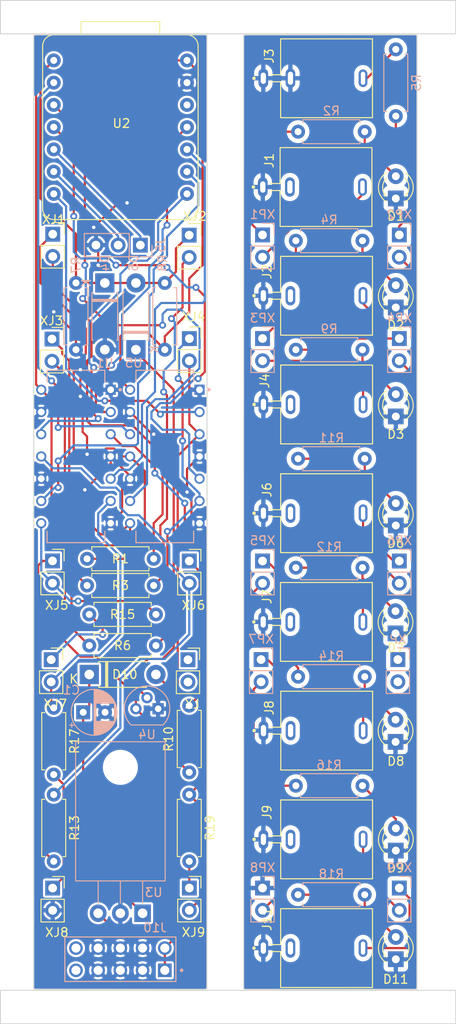
<source format=kicad_pcb>
(kicad_pcb (version 20221018) (generator pcbnew)
  (layers (0 "F.Cu" signal) (31 "B.Cu" signal) (34 "B.Paste" user) (35 "F.Paste" user) (36 "B.SilkS" user "B.Silkscreen") (37 "F.SilkS" user "F.Silkscreen") (38 "B.Mask" user) (39 "F.Mask" user) (44 "Edge.Cuts" user))
  (net 0 "")
  (net 1 "Net-(D10-K)")
  (net 2 "GND")
  (net 3 "Net-(D1-A)")
  (net 4 "Net-(D2-A)")
  (net 5 "Net-(D3-A)")
  (net 6 "Net-(D4-K)")
  (net 7 "+3.3V")
  (net 8 "Net-(D6-A)")
  (net 9 "Net-(D7-A)")
  (net 10 "Net-(D8-A)")
  (net 11 "Net-(D9-A)")
  (net 12 "+12V")
  (net 13 "Net-(D11-A)")
  (net 15 "Net-(J1-Pad3)")
  (net 17 "Net-(J2-Pad3)")
  (net 18 "Net-(J3-Pad3)")
  (net 20 "Net-(J4-Pad3)")
  (net 21 "Net-(J5-Pin_1)")
  (net 22 "Net-(J5-Pin_2)")
  (net 24 "Net-(J6-Pad3)")
  (net 26 "Net-(J7-Pad3)")
  (net 28 "Net-(J8-Pad3)")
  (net 30 "Net-(J9-Pad3)")
  (net 34 "Net-(J11-Pad3)")
  (net 35 "Net-(U5-4Y)")
  (net 36 "Net-(U5-3Y)")
  (net 37 "Net-(U5-2Y)")
  (net 38 "+5V")
  (net 39 "Net-(U5-1Y)")
  (net 40 "Net-(U1-4Y)")
  (net 41 "Net-(U1-3Y)")
  (net 42 "Net-(U1-2Y)")
  (net 43 "Net-(U1-1Y)")
  (net 44 "Net-(U1-1A)")
  (net 45 "Net-(U1-2A)")
  (net 46 "Net-(U1-3A)")
  (net 47 "Net-(U1-4A)")
  (net 48 "Net-(U2-PA4_A1_D1)")
  (net 49 "Net-(U2-PA10_A2_D2)")
  (net 50 "Net-(U2-PA11_A3_D3)")
  (net 51 "Net-(U2-PB08_A6_D6_TX)")
  (footprint "Import Library:LED-THT Red Angle130-L-47XEC" (layer "F.Cu") (at 155.666468 93.862049 90)
    (fp_text reference "D7")
    (fp_text value "LED" hide)
  )
  (footprint "Resistor_THT:R_Axial_DIN0207_L6.3mm_D2.5mm_P7.62mm_Horizontal" (layer "F.Cu") (at 128.27 91.694 180)
    (fp_text reference "R15")
    (fp_text value "1K" hide)
  )
  (footprint "Import Library:Microcontroller-XIAO RP2040" (layer "F.Cu") (at 124.329803 36.132869)
    (fp_text reference "U2")
    (fp_text value "SeeeduinoXIAO")
  )
  (footprint "Import Library:LED-THT Red Angle130-L-47XEC" (layer "F.Cu") (at 155.702 81.539 90)
    (fp_text reference "D6")
    (fp_text value "LED" hide)
  )
  (footprint "Import Library:Socket-3.5mm THT-Thonkiconn PJ398SM-12" (layer "F.Cu") (at 147.017364 92.55125 -90)
    (fp_text reference "J7")
    (fp_text value "AudioJack2" hide)
  )
  (footprint "Import Library:Socket-3.5mm THT-Thonkiconn PJ398SM-12" (layer "F.Cu") (at 147.03247 55.3085 -90)
    (fp_text reference "J2")
    (fp_text value "AudioJack2" hide)
  )
  (footprint "Connector_PinSocket_2.54mm:PinSocket_1x02_P2.54mm_Vertical" (layer "F.Cu") (at 131.935944 96.872073)
    (fp_text reference "XJ")
    (fp_text value "PinSocket_1x02_P2.54mm_Vertical" hide)
  )
  (footprint "Import Library:Socket-3.5mm THT-Thonkiconn PJ398SM-12" (layer "F.Cu") (at 146.972 42.89425 -90)
    (fp_text reference "J1")
    (fp_text value "AudioJack2" hide)
  )
  (footprint "Import Library:Socket-3.5mm THT-Thonkiconn PJ398SM-12" (layer "F.Cu") (at 147.03247 30.475837 -90)
    (fp_text reference "J3")
    (fp_text value "AudioJack2" hide)
  )
  (footprint "Resistor_THT:R_Axial_DIN0207_L6.3mm_D2.5mm_P7.62mm_Horizontal" (layer "F.Cu") (at 116.586 112.268 -90)
    (fp_text reference "R13")
    (fp_text value "1K")
  )
  (footprint "Import Library:Socket-3.5mm THT-Thonkiconn PJ398SM-12" (layer "F.Cu") (at 147.0415 67.72275 -90)
    (fp_text reference "J4")
    (fp_text value "AudioJack2" hide)
  )
  (footprint "Connector_PinSocket_2.54mm:PinSocket_1x02_P2.54mm_Vertical" (layer "F.Cu") (at 132.085594 85.59727)
    (fp_text reference "XJ6")
    (fp_text value "PinSocket_1x02_P2.54mm_Vertical" hide)
  )
  (footprint "Import Library:LED-THT Red Angle130-L-47XEC" (layer "F.Cu") (at 155.702 56.647 90)
    (fp_text reference "D2")
    (fp_text value "LED" hide)
  )
  (footprint "Import Library:Socket-3.5mm THT-Thonkiconn PJ398SM-12" (layer "F.Cu") (at 147.050071 104.9655 -90)
    (fp_text reference "J8")
    (fp_text value "AudioJack2" hide)
  )
  (footprint "Connector_PinSocket_2.54mm:PinSocket_1x02_P2.54mm_Vertical" (layer "F.Cu") (at 132.074421 48.390683)
    (fp_text reference "XJ2")
    (fp_text value "PinSocket_1x02_P2.54mm_Vertical" hide)
  )
  (footprint "Resistor_THT:R_Axial_DIN0207_L6.3mm_D2.5mm_P7.62mm_Horizontal" (layer "F.Cu") (at 120.396 85.344)
    (fp_text reference "R1")
    (fp_text value "1K" hide)
  )
  (footprint "Resistor_THT:R_Axial_DIN0207_L6.3mm_D2.5mm_P7.62mm_Horizontal" (layer "F.Cu") (at 120.396 88.392)
    (fp_text reference "R3")
    (fp_text value "1K" hide)
  )
  (footprint "Import Library:LED-THT Red Angle130-L-47XEC" (layer "F.Cu") (at 155.702 131.069 90)
    (fp_text reference "D11")
    (fp_text value "LED" hide)
  )
  (footprint "Resistor_THT:R_Axial_DIN0207_L6.3mm_D2.5mm_P7.62mm_Horizontal" (layer "F.Cu") (at 116.586 102.362 -90)
    (fp_text reference "R17")
    (fp_text value "1K")
  )
  (footprint "Resistor_THT:R_Axial_DIN0207_L6.3mm_D2.5mm_P7.62mm_Horizontal" (layer "F.Cu") (at 132.08 112.268 -90)
    (fp_text reference "R19")
    (fp_text value "1K")
  )
  (footprint "Resistor_THT:R_Axial_DIN0207_L6.3mm_D2.5mm_P7.62mm_Horizontal" (layer "F.Cu") (at 132.08 109.728 90)
    (fp_text reference "R10")
    (fp_text value "1K")
  )
  (footprint "Connector_PinSocket_2.54mm:PinSocket_1x02_P2.54mm_Vertical" (layer "F.Cu") (at 116.459302 122.945512)
    (fp_text reference "XJ8")
    (fp_text value "PinSocket_1x02_P2.54mm_Vertical" hide)
  )
  (footprint "Import Library:Socket-3.5mm THT-Thonkiconn PJ398SM-12" (layer "F.Cu") (at 147.034196 129.794 -90)
    (fp_text reference "J11")
    (fp_text value "AudioJack2" hide)
  )
  (footprint "Import Library:LED-THT Red Angle130-L-47XEC" (layer "F.Cu") (at 155.672055 106.249227 90)
    (fp_text reference "D8")
    (fp_text value "LED" hide)
  )
  (footprint "Resistor_THT:R_Axial_DIN0207_L6.3mm_D2.5mm_P7.62mm_Horizontal" (layer "F.Cu") (at 128.27 95.25 180)
    (fp_text reference "R6")
    (fp_text value "1K" hide)
  )
  (footprint "Import Library:LED-THT Red Angle130-L-47XEC" (layer "F.Cu") (at 155.704127 118.660515 90)
    (fp_text reference "D9")
    (fp_text value "LED" hide)
  )
  (footprint "Import Library:Socket-3.5mm THT-Thonkiconn PJ398SM-12" (layer "F.Cu") (at 147.03841 80.137 -90)
    (fp_text reference "J6")
    (fp_text value "AudioJack2" hide)
  )
  (footprint "Connector_PinSocket_2.54mm:PinSocket_1x02_P2.54mm_Vertical" (layer "F.Cu") (at 116.383959 60.249863)
    (fp_text reference "XJ3")
    (fp_text value "PinSocket_1x02_P2.54mm_Vertical" hide)
  )
  (footprint "Import Library:Socket-3.5mm THT-Thonkiconn PJ398SM-12" (layer "F.Cu") (at 147.0415 117.37975 -90)
    (fp_text reference "J9")
    (fp_text value "AudioJack2" hide)
  )
  (footprint "Connector_PinSocket_2.54mm:PinSocket_1x02_P2.54mm_Vertical" (layer "F.Cu") (at 132.09016 122.936381)
    (fp_text reference "XJ9")
    (fp_text value "PinSocket_1x02_P2.54mm_Vertical" hide)
  )
  (footprint "Connector_PinSocket_2.54mm:PinSocket_1x02_P2.54mm_Vertical" (layer "F.Cu") (at 132.091532 60.199361)
    (fp_text reference "XJ4")
    (fp_text value "PinSocket_1x02_P2.54mm_Vertical" hide)
  )
  (footprint "Import Library:LED-THT Red Angle130-L-47XEC" (layer "F.Cu") (at 155.702 44.201 90)
    (fp_text reference "D1")
    (fp_text value "LED" hide)
  )
  (footprint "Diode_THT:D_DO-41_SOD81_P7.62mm_Horizontal" (layer "F.Cu") (at 120.65 98.552)
    (fp_text reference "D10")
    (fp_text value "1N5819")
  )
  (footprint "Connector_PinSocket_2.54mm:PinSocket_1x02_P2.54mm_Vertical" (layer "F.Cu") (at 116.294898 96.859692)
    (fp_text reference "XJ7")
    (fp_text value "PinSocket_1x02_P2.54mm_Vertical" hide)
  )
  (footprint "Connector_PinSocket_2.54mm:PinSocket_1x02_P2.54mm_Vertical" (layer "F.Cu") (at 116.474 48.28)
    (fp_text reference "XJ1")
    (fp_text value "PinSocket_1x02_P2.54mm_Vertical" hide)
  )
  (footprint "Import Library:LED-THT Red Angle130-L-47XEC" (layer "F.Cu") (at 155.702 69.093 90)
    (fp_text reference "D3")
    (fp_text value "LED" hide)
  )
  (footprint "Connector_PinSocket_2.54mm:PinSocket_1x02_P2.54mm_Vertical" (layer "F.Cu") (at 116.444548 85.584889)
    (fp_text reference "XJ5")
    (fp_text value "PinSocket_1x02_P2.54mm_Vertical" hide)
  )
  (footprint "Connector_PinHeader_2.54mm:PinHeader_1x02_P2.54mm_Vertical" (layer "B.Cu") (at 140.462 85.598 180)
    (fp_text reference "XP5")
    (fp_text value "PinHeader_1x02_P2.54mm_Vertical" hide)
  )
  (footprint "Resistor_THT:R_Axial_DIN0207_L6.3mm_D2.5mm_P7.62mm_Horizontal" (layer "B.Cu") (at 152.146 73.914 180)
    (fp_text reference "R11")
    (fp_text value "300")
  )
  (footprint "Resistor_THT:R_Axial_DIN0207_L6.3mm_D2.5mm_P7.62mm_Horizontal" (layer "B.Cu") (at 155.702 34.798 90)
    (fp_text reference "R5")
    (fp_text value "100K")
  )
  (footprint "Resistor_THT:R_Axial_DIN0207_L6.3mm_D2.5mm_P7.62mm_Horizontal" (layer "B.Cu") (at 151.892 86.36 180)
    (fp_text reference "R12")
    (fp_text value "300")
  )
  (footprint "Import Library:Quad Bus-Tri-State Quad Bus non-inverting THT-SN74HCT125NE4 " (layer "B.Cu") (at 119.126 73.66 180)
    (fp_text reference "U1")
    (fp_text value "SN74HCT125DE4")
  )
  (footprint "Import Library:Quad Bus-Tri-State Quad Bus non-inverting THT-SN74HCT125NE4 " (layer "B.Cu") (at 129.286 73.66 180)
    (fp_text reference "U5")
    (fp_text value "SN74HCT125DE4")
  )
  (footprint "Resistor_THT:R_Axial_DIN0207_L6.3mm_D2.5mm_P7.62mm_Horizontal" (layer "B.Cu") (at 152.146 36.576 180)
    (fp_text reference "R2")
    (fp_text value "300")
  )
  (footprint "Package_TO_SOT_THT:TO-220-3_Horizontal_TabDown" (layer "B.Cu") (at 126.746 125.816 180)
    (fp_text reference "U3")
    (fp_text value "L7805CV")
  )
  (footprint "Connector_PinHeader_2.54mm:PinHeader_1x02_P2.54mm_Vertical" (layer "B.Cu") (at 156.102 85.598 180)
    (fp_text reference "XP6")
    (fp_text value "PinHeader_1x02_P2.54mm_Vertical" hide)
  )
  (footprint "Diode_THT:D_DO-41_SOD81_P7.62mm_Horizontal" (layer "B.Cu") (at 125.984 61.468 90)
    (fp_text reference "D5")
    (fp_text value "1N5819")
  )
  (footprint "Resistor_THT:R_Axial_DIN0207_L6.3mm_D2.5mm_P7.62mm_Horizontal" (layer "B.Cu") (at 151.892 49.022 180)
    (fp_text reference "R4")
    (fp_text value "300")
  )
  (footprint "Resistor_THT:R_Axial_DIN0207_L6.3mm_D2.5mm_P7.62mm_Horizontal" (layer "B.Cu") (at 151.892 61.468 180)
    (fp_text reference "R9")
    (fp_text value "300")
  )
  (footprint "Connector_PinHeader_2.54mm:PinHeader_1x02_P2.54mm_Vertical" (layer "B.Cu") (at 140.462 122.936 180)
    (fp_text reference "XP8")
    (fp_text value "PinHeader_1x02_P2.54mm_Vertical" hide)
  )
  (footprint "Connector_PinHeader_2.54mm:PinHeader_1x02_P2.54mm_Vertical" (layer "B.Cu") (at 156.102 122.936 180)
    (fp_text reference "XP9")
    (fp_text value "PinHeader_1x02_P2.54mm_Vertical" hide)
  )
  (footprint "Import Library:Connector-2x5 2.54p THT-861400102YO9323LF" (layer "B.Cu") (at 124.206 131.064 180)
    (fp_text reference "J10")
    (fp_text value "~" hide)
  )
  (footprint "Capacitor_THT:CP_Radial_D5.0mm_P2.50mm" (layer "B.Cu") (at 119.952888 102.87)
    (fp_text reference "C1")
    (fp_text value "22uF")
  )
  (footprint "Connector_PinHeader_2.54mm:PinHeader_1x02_P2.54mm_Vertical" (layer "B.Cu") (at 140.462 60.193 180)
    (fp_text reference "XP3")
    (fp_text value "PinHeader_1x02_P2.54mm_Vertical" hide)
  )
  (footprint "Resistor_THT:R_Axial_DIN0207_L6.3mm_D2.5mm_P7.62mm_Horizontal" (layer "B.Cu") (at 151.892 111.252 180)
    (fp_text reference "R16")
    (fp_text value "300")
  )
  (footprint "Resistor_THT:R_Axial_DIN0207_L6.3mm_D2.5mm_P7.62mm_Horizontal" (layer "B.Cu") (at 152.146 98.806 180)
    (fp_text reference "R14")
    (fp_text value "300")
  )
  (footprint "Diode_THT:D_DO-41_SOD81_P7.62mm_Horizontal" (layer "B.Cu") (at 122.428 53.848 -90)
    (fp_text reference "D4")
    (fp_text value "1N5819")
  )
  (footprint "Package_TO_SOT_THT:TO-92" (layer "B.Cu") (at 128.524 102.468 180)
    (fp_text reference "U4")
    (fp_text value "L78L33ACZTR")
  )
  (footprint "Connector_PinHeader_2.54mm:PinHeader_1x02_P2.54mm_Vertical" (layer "B.Cu") (at 140.462 48.364 180)
    (fp_text reference "XP1")
    (fp_text value "PinHeader_1x02_P2.54mm_Vertical" hide)
  )
  (footprint "Connector_PinHeader_2.54mm:PinHeader_1x02_P2.54mm_Vertical" (layer "B.Cu") (at 140.2974 96.849972 180)
    (fp_text reference "XP7")
    (fp_text value "PinHeader_1x02_P2.54mm_Vertical" hide)
  )
  (footprint "Connector_PinHeader_2.54mm:PinHeader_1x02_P2.54mm_Vertical" (layer "B.Cu") (at 156.102 60.193 180)
    (fp_text reference "XP4")
    (fp_text value "PinHeader_1x02_P2.54mm_Vertical" hide)
  )
  (footprint "Connector_PinHeader_2.54mm:PinHeader_1x02_P2.54mm_Vertical" (layer "B.Cu") (at 155.9374 96.849972 180)
    (fp_text reference "XP")
    (fp_text value "PinHeader_1x02_P2.54mm_Vertical" hide)
  )
  (footprint "Resistor_THT:R_Axial_DIN0207_L6.3mm_D2.5mm_P7.62mm_Horizontal" (layer "B.Cu") (at 119.126 61.468 90)
    (fp_text reference "R7")
    (fp_text value "100K")
  )
  (footprint "Connector_PinHeader_2.54mm:PinHeader_1x02_P2.54mm_Vertical" (layer "B.Cu") (at 156.102 48.364 180)
    (fp_text reference "XP2")
    (fp_text value "PinHeader_1x02_P2.54mm_Vertical" hide)
  )
  (footprint "Connector_PinHeader_2.54mm:PinHeader_1x03_P2.54mm_Vertical" (layer "B.Cu") (at 126.492 49.53 90)
    (fp_text reference "J5")
    (fp_text value "Conn_01x03_Pin" hide)
  )
  (footprint "Resistor_THT:R_Axial_DIN0207_L6.3mm_D2.5mm_P7.62mm_Horizontal" (layer "B.Cu") (at 152.146 123.698 180)
    (fp_text reference "R18")
    (fp_text value "300")
  )
  (footprint "Resistor_THT:R_Axial_DIN0207_L6.3mm_D2.5mm_P7.62mm_Horizontal" (layer "B.Cu") (at 129.286 53.848 -90)
    (fp_text reference "R8")
    (fp_text value "100K")
  )
  (gr_rect (start 110.49 134.62) (end 162.56 138.43) (stroke (width 0.1)) (fill none) (layer "Edge.Cuts"))
  (gr_rect (start 138.308238 25.529) (end 158.120238 134.495) (stroke (width 0.1)) (fill none) (layer "Edge.Cuts"))
  (gr_rect (start 110.49 21.59) (end 162.56 25.4) (stroke (width 0.1)) (fill none) (layer "Edge.Cuts"))
  (gr_rect (start 114.3 25.527) (end 134.112 134.493) (stroke (width 0.1)) (fill none) (layer "Edge.Cuts"))
  (segment (start 120.65 102.172888) (end 119.952888 102.87) (width 0.25) (layer "F.Cu") (net 1))
  (segment (start 120.65 98.552) (end 120.65 102.172888) (width 0.25) (layer "F.Cu") (net 1))
  (segment (start 126.746 125.816) (end 119.952888 119.022888) (width 0.25) (layer "F.Cu") (net 1))
  (segment (start 119.952888 119.022888) (end 119.952888 102.87) (width 0.25) (layer "F.Cu") (net 1))
  (segment (start 119.126 59.69) (end 116.586 57.15) (width 0.25) (layer "F.Cu") (net 2))
  (segment (start 119.888 70.866) (end 119.888 67.056) (width 0.25) (layer "F.Cu") (net 2))
  (segment (start 127.856 71.12) (end 128.016 71.12) (width 0.25) (layer "F.Cu") (net 2))
  (segment (start 123.096 73.66) (end 125.316 75.88) (width 0.25) (layer "F.Cu") (net 2))
  (segment (start 121.666 51.816) (end 121.666 49.784) (width 0.25) (layer "F.Cu") (net 2))
  (segment (start 119.126 61.468) (end 119.126 59.69) (width 0.25) (layer "F.Cu") (net 2))
  (segment (start 132.334 78.232) (end 131.826 77.724) (width 0.25) (layer "F.Cu") (net 2))
  (segment (start 132.334 80.358) (end 132.334 78.232) (width 0.25) (layer "F.Cu") (net 2))
  (segment (start 125.316 76.2) (end 124.406 77.11) (width 0.25) (layer "F.Cu") (net 2))
  (segment (start 120.396 71.374) (end 119.888 70.866) (width 0.25) (layer "F.Cu") (net 2))
  (segment (start 123.096 74.516) (end 120.142 77.47) (width 0.25) (layer "F.Cu") (net 2))
  (segment (start 124.406 77.11) (end 124.406 79.97) (width 0.25) (layer "F.Cu") (net 2))
  (segment (start 131.826 75.09) (end 133.256 73.66) (width 0.25) (layer "F.Cu") (net 2))
  (segment (start 133.256 81.28) (end 132.334 80.358) (width 0.25) (layer "F.Cu") (net 2))
  (segment (start 120.396 73.406) (end 120.396 71.374) (width 0.25) (layer "F.Cu") (net 2))
  (segment (start 125.316 75.88) (end 125.316 76.2) (width 0.25) (layer "F.Cu") (net 2))
  (segment (start 125.316 68.58) (end 127.856 71.12) (width 0.25) (layer "F.Cu") (net 2))
  (segment (start 119.888 67.056) (end 119.634 66.802) (width 0.25) (layer "F.Cu") (net 2))
  (segment (start 121.158 47.498) (end 123.952 44.704) (width 0.25) (layer "F.Cu") (net 2))
  (segment (start 123.096 73.66) (end 123.096 74.516) (width 0.25) (layer "F.Cu") (net 2))
  (segment (start 121.666 49.784) (end 121.412 49.53) (width 0.25) (layer "F.Cu") (net 2))
  (segment (start 119.634 66.802) (end 119.634 63.754) (width 0.25) (layer "F.Cu") (net 2))
  (segment (start 123.952 44.704) (end 124.968 44.704) (width 0.25) (layer "F.Cu") (net 2))
  (segment (start 131.826 77.724) (end 131.826 75.09) (width 0.25) (layer "F.Cu") (net 2))
  (segment (start 124.406 79.97) (end 123.096 81.28) (width 0.25) (layer "F.Cu") (net 2))
  (via (at 128.016 71.12) (size 0.8) (drill 0.4) (layers "F.Cu" "B.Cu") (net 2))
  (via (at 121.158 47.498) (size 0.8) (drill 0.4) (layers "F.Cu" "B.Cu") (net 2))
  (via (at 119.634 66.802) (size 0.8) (drill 0.4) (layers "F.Cu" "B.Cu") (net 2))
  (via (at 124.968 44.704) (size 0.8) (drill 0.4) (layers "F.Cu" "B.Cu") (net 2))
  (via (at 121.666 51.816) (size 0.8) (drill 0.4) (layers "F.Cu" "B.Cu") (net 2))
  (via (at 120.396 73.406) (size 0.8) (drill 0.4) (layers "F.Cu" "B.Cu") (net 2))
  (via (at 120.142 77.47) (size 0.8) (drill 0.4) (layers "F.Cu" "B.Cu") (net 2))
  (via (at 131.826 77.724) (size 0.8) (drill 0.4) (layers "F.Cu" "B.Cu") (net 2))
  (via (at 119.634 63.754) (size 0.8) (drill 0.4) (layers "F.Cu" "B.Cu") (net 2))
  (via (at 116.586 57.15) (size 0.8) (drill 0.4) (layers "F.Cu" "B.Cu") (net 2))
  (segment (start 152.146 36.576) (end 152.146 38.105) (width 0.25) (layer "F.Cu") (net 3))
  (segment (start 152.146 38.105) (end 155.702 41.661) (width 0.25) (layer "F.Cu") (net 3))
  (segment (start 151.892 50.297) (end 155.702 54.107) (width 0.25) (layer "F.Cu") (net 4))
  (segment (start 151.892 49.022) (end 151.892 50.297) (width 0.25) (layer "F.Cu") (net 4))
  (segment (start 151.892 61.468) (end 151.892 62.743) (width 0.25) (layer "F.Cu") (net 5))
  (segment (start 151.892 62.743) (end 155.702 66.553) (width 0.25) (layer "F.Cu") (net 5))
  (segment (start 157.48 39.878) (end 157.48 45.974) (width 0.25) (layer "F.Cu") (net 6))
  (segment (start 156.102 47.352) (end 156.102 48.364) (width 0.25) (layer "F.Cu") (net 6))
  (segment (start 130.556 49.909104) (end 130.556 52.578) (width 0.25) (layer "F.Cu") (net 6))
  (segment (start 119.126 53.848) (end 119.126 48.26) (width 0.25) (layer "F.Cu") (net 6))
  (segment (start 132.074421 48.390683) (end 130.556 49.909104) (width 0.25) (layer "F.Cu") (net 6))
  (segment (start 115.062 29.9645) (end 116.5885 28.438) (width 0.25) (layer "F.Cu") (net 6))
  (segment (start 130.556 52.578) (end 129.286 53.848) (width 0.25) (layer "F.Cu") (net 6))
  (segment (start 122.428 53.848) (end 119.126 53.848) (width 0.25) (layer "F.Cu") (net 6))
  (segment (start 155.702 38.1) (end 155.702 34.798) (width 0.25) (layer "F.Cu") (net 6))
  (segment (start 129.286 53.848) (end 125.984 53.848) (width 0.25) (layer "F.Cu") (net 6))
  (segment (start 122.428 53.848) (end 125.984 53.848) (width 0.25) (layer "F.Cu") (net 6))
  (segment (start 157.48 45.974) (end 156.102 47.352) (width 0.25) (layer "F.Cu") (net 6))
  (segment (start 119.126 48.26) (end 115.062 44.196) (width 0.25) (layer "F.Cu") (net 6))
  (segment (start 115.062 44.196) (end 115.062 29.9645) (width 0.25) (layer "F.Cu") (net 6))
  (segment (start 157.48 39.878) (end 155.702 38.1) (width 0.25) (layer "F.Cu") (net 6))
  (segment (start 130.3025 66.0405) (end 125.984 61.722) (width 0.25) (layer "F.Cu") (net 7))
  (segment (start 129.032 96.774) (end 130.3025 95.5035) (width 0.25) (layer "F.Cu") (net 7))
  (segment (start 127.254 101.198) (end 126.604001 100.548001) (width 0.25) (layer "F.Cu") (net 7))
  (segment (start 126.604001 97.550999) (end 127.381 96.774) (width 0.25) (layer "F.Cu") (net 7))
  (segment (start 126.604001 100.548001) (end 126.604001 97.550999) (width 0.25) (layer "F.Cu") (net 7))
  (segment (start 125.984 61.722) (end 125.984 61.468) (width 0.25) (layer "F.Cu") (net 7))
  (segment (start 127.381 96.774) (end 129.032 96.774) (width 0.25) (layer "F.Cu") (net 7))
  (segment (start 130.3025 95.5035) (end 130.3025 66.0405) (width 0.25) (layer "F.Cu") (net 7))
  (segment (start 152.146 73.914) (end 152.146 75.443) (width 0.25) (layer "F.Cu") (net 8))
  (segment (start 152.146 75.443) (end 155.702 78.999) (width 0.25) (layer "F.Cu") (net 8))
  (segment (start 151.892 87.547581) (end 155.666468 91.322049) (width 0.25) (layer "F.Cu") (net 9))
  (segment (start 151.892 86.36) (end 151.892 87.547581) (width 0.25) (layer "F.Cu") (net 9))
  (segment (start 152.146 100.183172) (end 155.672055 103.709227) (width 0.25) (layer "F.Cu") (net 10))
  (segment (start 152.146 98.806) (end 152.146 100.183172) (width 0.25) (layer "F.Cu") (net 10))
  (segment (start 155.704127 115.064127) (end 155.704127 116.120515) (width 0.25) (layer "F.Cu") (net 11))
  (segment (start 151.892 111.252) (end 155.704127 115.064127) (width 0.25) (layer "F.Cu") (net 11))
  (segment (start 129.286 129.794) (end 129.286 132.334) (width 0.25) (layer "F.Cu") (net 12))
  (segment (start 130.048 100.33) (end 130.048 129.032) (width 0.25) (layer "F.Cu") (net 12))
  (segment (start 130.048 129.032) (end 129.286 129.794) (width 0.25) (layer "F.Cu") (net 12))
  (segment (start 128.27 98.552) (end 130.048 100.33) (width 0.25) (layer "F.Cu") (net 12))
  (segment (start 152.146 123.698) (end 152.146 124.973) (width 0.25) (layer "F.Cu") (net 13))
  (segment (start 152.146 124.973) (end 155.702 128.529) (width 0.25) (layer "F.Cu") (net 13))
  (segment (start 125.586935 70.104) (end 129.032 73.549065) (width 0.25) (layer "F.Cu") (net 15))
  (segment (start 140.462 50.904) (end 144.884 46.482) (width 0.25) (layer "F.Cu") (net 15))
  (segment (start 151.892 43.751028) (end 151.892 42.89425) (width 0.25) (layer "F.Cu") (net 15))
  (segment (start 129.032 80.264) (end 128.016 81.28) (width 0.25) (layer "F.Cu") (net 15))
  (segment (start 120.396 69.596) (end 120.904 70.104) (width 0.25) (layer "F.Cu") (net 15))
  (segment (start 120.904 58.42) (end 120.904 62.23) (width 0.25) (layer "F.Cu") (net 15))
  (segment (start 116.474 50.82) (end 116.474 53.99) (width 0.25) (layer "F.Cu") (net 15))
  (segment (start 116.474 53.99) (end 120.904 58.42) (width 0.25) (layer "F.Cu") (net 15))
  (segment (start 144.884 46.482) (end 149.161028 46.482) (width 0.25) (layer "F.Cu") (net 15))
  (segment (start 120.904 70.104) (end 125.586935 70.104) (width 0.25) (layer "F.Cu") (net 15))
  (segment (start 149.161028 46.482) (end 151.892 43.751028) (width 0.25) (layer "F.Cu") (net 15))
  (segment (start 120.904 62.23) (end 120.396 62.738) (width 0.25) (layer "F.Cu") (net 15))
  (segment (start 120.396 62.738) (end 120.396 69.596) (width 0.25) (layer "F.Cu") (net 15))
  (segment (start 128.016 81.28) (end 128.016 85.344) (width 0.25) (layer "F.Cu") (net 15))
  (segment (start 129.032 73.549065) (end 129.032 80.264) (width 0.25) (layer "F.Cu") (net 15))
  (segment (start 129.141 87.267) (end 129.141 83.260505) (width 0.25) (layer "F.Cu") (net 17))
  (segment (start 128.778 81.534) (end 129.54 80.772) (width 0.25) (layer "F.Cu") (net 17))
  (segment (start 129.54 66.675) (end 129.154356 66.289356) (width 0.25) (layer "F.Cu") (net 17))
  (segment (start 129.141 83.260505) (end 128.778 82.897505) (width 0.25) (layer "F.Cu") (net 17))
  (segment (start 128.016 88.392) (end 129.141 87.267) (width 0.25) (layer "F.Cu") (net 17))
  (segment (start 129.54 80.772) (end 129.54 66.675) (width 0.25) (layer "F.Cu") (net 17))
  (segment (start 153.924 58.166) (end 156.972 58.166) (width 0.25) (layer "F.Cu") (net 17))
  (segment (start 132.074421 50.930683) (end 131.318 51.687104) (width 0.25) (layer "F.Cu") (net 17))
  (segment (start 151.95247 56.19447) (end 153.924 58.166) (width 0.25) (layer "F.Cu") (net 17))
  (segment (start 156.972 58.166) (end 157.734 57.404) (width 0.25) (layer "F.Cu") (net 17))
  (segment (start 157.734 57.404) (end 157.734 52.536) (width 0.25) (layer "F.Cu") (net 17))
  (segment (start 157.734 52.536) (end 156.102 50.904) (width 0.25) (layer "F.Cu") (net 17))
  (segment (start 131.318 51.687104) (end 131.318 56.650598) (width 0.25) (layer "F.Cu") (net 17))
  (segment (start 151.95247 55.3085) (end 151.95247 56.19447) (width 0.25) (layer "F.Cu") (net 17))
  (segment (start 131.318 56.650598) (end 130.048 57.920598) (width 0.25) (layer "F.Cu") (net 17))
  (segment (start 128.778 82.897505) (end 128.778 81.534) (width 0.25) (layer "F.Cu") (net 17))
  (via (at 130.048 57.920598) (size 0.8) (drill 0.4) (layers "F.Cu" "B.Cu") (net 17))
  (via (at 129.154356 66.289356) (size 0.8) (drill 0.4) (layers "F.Cu" "B.Cu") (net 17))
  (segment (start 130.429 62.611) (end 130.429 58.301598) (width 0.25) (layer "B.Cu") (net 17))
  (segment (start 129.154356 66.289356) (end 129.154356 63.885644) (width 0.25) (layer "B.Cu") (net 17))
  (segment (start 130.429 58.301598) (end 130.048 57.920598) (width 0.25) (layer "B.Cu") (net 17))
  (segment (start 129.154356 63.885644) (end 130.429 62.611) (width 0.25) (layer "B.Cu") (net 17))
  (segment (start 155.697837 30.475837) (end 155.702 30.48) (width 0.25) (layer "F.Cu") (net 18))
  (segment (start 151.95247 30.475837) (end 152.404163 30.475837) (width 0.25) (layer "F.Cu") (net 18))
  (segment (start 152.404163 30.475837) (end 155.702 27.178) (width 0.25) (layer "F.Cu") (net 18))
  (segment (start 118.618 80.264) (end 118.618 93.218) (width 0.25) (layer "F.Cu") (net 20))
  (segment (start 116.383959 62.789863) (end 117.856 64.261904) (width 0.25) (layer "F.Cu") (net 20))
  (segment (start 149.601 62.733) (end 140.462 62.733) (width 0.25) (layer "F.Cu") (net 20))
  (segment (start 118.618 93.218) (end 120.65 95.25) (width 0.25) (layer "F.Cu") (net 20))
  (segment (start 117.856 79.502) (end 118.618 80.264) (width 0.25) (layer "F.Cu") (net 20))
  (segment (start 151.9615 67.72275) (end 151.9615 65.0935) (width 0.25) (layer "F.Cu") (net 20))
  (segment (start 117.856 64.261904) (end 117.856 79.502) (width 0.25) (layer "F.Cu") (net 20))
  (segment (start 151.9615 65.0935) (end 149.601 62.733) (width 0.25) (layer "F.Cu") (net 20))
  (segment (start 126.492 48.5015) (end 126.492 49.53) (width 0.25) (layer "B.Cu") (net 21))
  (segment (start 116.5885 38.598) (end 126.492 48.5015) (width 0.25) (layer "B.Cu") (net 21))
  (segment (start 123.952 48.5015) (end 123.952 49.53) (width 0.25) (layer "B.Cu") (net 22))
  (segment (start 116.5885 41.138) (end 123.952 48.5015) (width 0.25) (layer "B.Cu") (net 22))
  (segment (start 155.448 85.598) (end 151.95841 82.10841) (width 0.25) (layer "F.Cu") (net 24))
  (segment (start 133.260594 86.77227) (end 133.260594 100.927406) (width 0.25) (layer "F.Cu") (net 24))
  (segment (start 132.085594 85.59727) (end 133.260594 86.77227) (width 0.25) (layer "F.Cu") (net 24))
  (segment (start 151.95841 82.10841) (end 151.95841 80.137) (width 0.25) (layer "F.Cu") (net 24))
  (segment (start 133.260594 100.927406) (end 132.08 102.108) (width 0.25) (layer "F.Cu") (net 24))
  (segment (start 156.102 85.598) (end 155.448 85.598) (width 0.25) (layer "F.Cu") (net 24))
  (segment (start 151.937364 90.215364) (end 150.114 88.392) (width 0.25) (layer "F.Cu") (net 26))
  (segment (start 114.808 86.106) (end 114.808 118.11) (width 0.25) (layer "F.Cu") (net 26))
  (segment (start 140.97 85.598) (end 140.462 85.598) (width 0.25) (layer "F.Cu") (net 26))
  (segment (start 143.764 88.392) (end 140.97 85.598) (width 0.25) (layer "F.Cu") (net 26))
  (segment (start 116.444548 85.584889) (end 115.329111 85.584889) (width 0.25) (layer "F.Cu") (net 26))
  (segment (start 151.937364 92.55125) (end 151.937364 90.215364) (width 0.25) (layer "F.Cu") (net 26))
  (segment (start 115.329111 85.584889) (end 114.808 86.106) (width 0.25) (layer "F.Cu") (net 26))
  (segment (start 114.808 118.11) (end 116.586 119.888) (width 0.25) (layer "F.Cu") (net 26))
  (segment (start 150.114 88.392) (end 143.764 88.392) (width 0.25) (layer "F.Cu") (net 26))
  (segment (start 151.970071 104.9655) (end 151.970071 102.948071) (width 0.25) (layer "F.Cu") (net 28))
  (segment (start 144.272 101.092) (end 142.494 99.314) (width 0.25) (layer "F.Cu") (net 28))
  (segment (start 141.045972 96.849972) (end 140.2974 96.849972) (width 0.25) (layer "F.Cu") (net 28))
  (segment (start 120.65 91.694) (end 122.174 93.218) (width 0.25) (layer "F.Cu") (net 28))
  (segment (start 142.494 99.314) (end 142.494 98.298) (width 0.25) (layer "F.Cu") (net 28))
  (segment (start 142.494 98.298) (end 141.045972 96.849972) (width 0.25) (layer "F.Cu") (net 28))
  (segment (start 150.114 101.092) (end 144.272 101.092) (width 0.25) (layer "F.Cu") (net 28))
  (segment (start 151.970071 102.948071) (end 150.114 101.092) (width 0.25) (layer "F.Cu") (net 28))
  (segment (start 122.174 93.218) (end 122.174 93.98) (width 0.25) (layer "F.Cu") (net 28))
  (via (at 122.174 93.98) (size 0.8) (drill 0.4) (layers "F.Cu" "B.Cu") (net 28))
  (segment (start 119.17459 93.98) (end 122.174 93.98) (width 0.25) (layer "B.Cu") (net 28))
  (segment (start 116.294898 96.859692) (end 119.17459 93.98) (width 0.25) (layer "B.Cu") (net 28))
  (segment (start 151.9615 119.8185) (end 151.9615 117.37975) (width 0.25) (layer "F.Cu") (net 30))
  (segment (start 117.711 121.693814) (end 117.711 111.107) (width 0.25) (layer "F.Cu") (net 30))
  (segment (start 116.459302 122.945512) (end 117.711 121.693814) (width 0.25) (layer "F.Cu") (net 30))
  (segment (start 140.462 125.476) (end 144.526 121.412) (width 0.25) (layer "F.Cu") (net 30))
  (segment (start 144.526 121.412) (end 150.368 121.412) (width 0.25) (layer "F.Cu") (net 30))
  (segment (start 150.368 121.412) (end 151.9615 119.8185) (width 0.25) (layer "F.Cu") (net 30))
  (segment (start 117.711 111.107) (end 116.586 109.982) (width 0.25) (layer "F.Cu") (net 30))
  (segment (start 132.09016 122.936381) (end 132.09016 119.89816) (width 0.25) (layer "F.Cu") (net 34))
  (segment (start 157.277 129.489) (end 157.277 124.111) (width 0.25) (layer "F.Cu") (net 34))
  (segment (start 156.972 129.794) (end 157.277 129.489) (width 0.25) (layer "F.Cu") (net 34))
  (segment (start 151.954196 129.794) (end 156.972 129.794) (width 0.25) (layer "F.Cu") (net 34))
  (segment (start 132.09016 119.89816) (end 132.08 119.888) (width 0.25) (layer "F.Cu") (net 34))
  (segment (start 157.277 124.111) (end 156.102 122.936) (width 0.25) (layer "F.Cu") (net 34))
  (segment (start 116.474 48.28) (end 115.062 49.692) (width 0.25) (layer "F.Cu") (net 35))
  (segment (start 120.396 85.344) (end 124.714 85.344) (width 0.25) (layer "F.Cu") (net 35))
  (segment (start 118.872 63.312991) (end 118.872 73.406) (width 0.25) (layer "F.Cu") (net 35))
  (segment (start 120.251 61.933991) (end 118.872 63.312991) (width 0.25) (layer "F.Cu") (net 35))
  (segment (start 124.714 85.344) (end 127 83.058) (width 0.25) (layer "F.Cu") (net 35))
  (segment (start 143.002 36.576) (end 139.192 40.386) (width 0.25) (layer "F.Cu") (net 35))
  (segment (start 123.472935 72.75) (end 124.382935 73.66) (width 0.25) (layer "F.Cu") (net 35))
  (segment (start 125.316 73.66) (end 125.316 73.312) (width 0.25) (layer "F.Cu") (net 35))
  (segment (start 124.382935 73.66) (end 125.316 73.66) (width 0.25) (layer "F.Cu") (net 35))
  (segment (start 139.192 47.094) (end 140.462 48.364) (width 0.25) (layer "F.Cu") (net 35))
  (segment (start 119.888 74.422) (end 120.904 74.422) (width 0.25) (layer "F.Cu") (net 35))
  (segment (start 120.904 74.422) (end 122.576 72.75) (width 0.25) (layer "F.Cu") (net 35))
  (segment (start 120.251 59.037) (end 120.251 61.933991) (width 0.25) (layer "F.Cu") (net 35))
  (segment (start 118.872 73.406) (end 119.888 74.422) (width 0.25) (layer "F.Cu") (net 35))
  (segment (start 127 83.058) (end 127 75.344) (width 0.25) (layer "F.Cu") (net 35))
  (segment (start 144.526 36.576) (end 143.002 36.576) (width 0.25) (layer "F.Cu") (net 35))
  (segment (start 115.062 49.692) (end 115.062 53.848) (width 0.25) (layer "F.Cu") (net 35))
  (segment (start 127 75.344) (end 125.316 73.66) (width 0.25) (layer "F.Cu") (net 35))
  (segment (start 139.192 40.386) (end 139.192 47.094) (width 0.25) (layer "F.Cu") (net 35))
  (segment (start 122.576 72.75) (end 123.472935 72.75) (width 0.25) (layer "F.Cu") (net 35))
  (segment (start 115.062 53.848) (end 120.251 59.037) (width 0.25) (layer "F.Cu") (net 35))
  (segment (start 117.558959 61.424863) (end 117.558959 61.932959) (width 0.25) (layer "F.Cu") (net 36))
  (segment (start 117.558959 61.932959) (end 118.364 62.738) (width 0.25) (layer "F.Cu") (net 36))
  (segment (start 144.272 51.054) (end 144.272 49.022) (width 0.25) (layer "F.Cu") (net 36))
  (segment (start 124.206 83.82) (end 125.316 82.71) (width 0.25) (layer "F.Cu") (net 36))
  (segment (start 125.316 82.71) (end 125.316 81.28) (width 0.25) (layer "F.Cu") (net 36))
  (segment (start 116.383959 60.249863) (end 117.558959 61.424863) (width 0.25) (layer "F.Cu") (net 36))
  (segment (start 140.462 60.193) (end 142.24 58.415) (width 0.25) (layer "F.Cu") (net 36))
  (segment (start 119.854504 83.82) (end 124.206 83.82) (width 0.25) (layer "F.Cu") (net 36))
  (segment (start 124.046 82.55) (end 125.316 81.28) (width 0.25) (layer "F.Cu") (net 36))
  (segment (start 120.396 88.392) (end 119.126 87.122) (width 0.25) (layer "F.Cu") (net 36))
  (segment (start 119.126 84.548504) (end 119.854504 83.82) (width 0.25) (layer "F.Cu") (net 36))
  (segment (start 142.24 53.086) (end 144.272 51.054) (width 0.25) (layer "F.Cu") (net 36))
  (segment (start 118.364 62.738) (end 118.364 78.994) (width 0.25) (layer "F.Cu") (net 36))
  (segment (start 119.126 87.122) (end 119.126 84.548504) (width 0.25) (layer "F.Cu") (net 36))
  (segment (start 142.24 58.415) (end 142.24 53.086) (width 0.25) (layer "F.Cu") (net 36))
  (segment (start 121.92 82.55) (end 124.046 82.55) (width 0.25) (layer "F.Cu") (net 36))
  (segment (start 118.364 78.994) (end 121.92 82.55) (width 0.25) (layer "F.Cu") (net 36))
  (segment (start 130.81 64.77) (end 131.318 65.278) (width 0.25) (layer "F.Cu") (net 37))
  (segment (start 131.318 65.278) (end 131.318 71.882) (width 0.25) (layer "F.Cu") (net 37))
  (segment (start 129.590501 93.929499) (end 129.590501 82.228168) (width 0.25) (layer "F.Cu") (net 37))
  (segment (start 129.590501 82.228168) (end 129.578 82.215667) (width 0.25) (layer "F.Cu") (net 37))
  (segment (start 147.828 61.468) (end 149.103 60.193) (width 0.25) (layer "F.Cu") (net 37))
  (segment (start 144.272 61.468) (end 147.828 61.468) (width 0.25) (layer "F.Cu") (net 37))
  (segment (start 128.27 95.25) (end 129.590501 93.929499) (width 0.25) (layer "F.Cu") (net 37))
  (segment (start 149.103 60.193) (end 156.102 60.193) (width 0.25) (layer "F.Cu") (net 37))
  (via (at 129.578 82.215667) (size 0.8) (drill 0.4) (layers "F.Cu" "B.Cu") (net 37))
  (via (at 130.81 64.77) (size 0.8) (drill 0.4) (layers "F.Cu" "B.Cu") (net 37))
  (via (at 131.318 71.882) (size 0.8) (drill 0.4) (layers "F.Cu" "B.Cu") (net 37))
  (segment (start 129.780333 82.215667) (end 129.578 82.215667) (width 0.25) (layer "B.Cu") (net 37))
  (segment (start 130.916532 64.663468) (end 130.81 64.77) (width 0.25) (layer "B.Cu") (net 37))
  (segment (start 133.256 77.884) (end 133.256 78.74) (width 0.25) (layer "B.Cu") (net 37))
  (segment (start 131.318 71.882) (end 131.318 75.946) (width 0.25) (layer "B.Cu") (net 37))
  (segment (start 132.091532 60.199361) (end 130.916532 61.374361) (width 0.25) (layer "B.Cu") (net 37))
  (segment (start 133.256 78.74) (end 129.780333 82.215667) (width 0.25) (layer "B.Cu") (net 37))
  (segment (start 130.916532 61.374361) (end 130.916532 64.663468) (width 0.25) (layer "B.Cu") (net 37))
  (segment (start 131.318 75.946) (end 133.256 77.884) (width 0.25) (layer "B.Cu") (net 37))
  (segment (start 117.856 94.742) (end 119.634 96.52) (width 0.25) (layer "F.Cu") (net 38))
  (segment (start 119.624 28.438) (end 131.8235 28.438) (width 0.25) (layer "F.Cu") (net 38))
  (segment (start 124.206 59.944) (end 124.714 59.436) (width 0.25) (layer "F.Cu") (net 38))
  (segment (start 114.571001 65.455001) (end 114.571001 28.684999) (width 0.25) (layer "F.Cu") (net 38))
  (segment (start 129.286 61.468) (end 129.286 59.944) (width 0.25) (layer "F.Cu") (net 38))
  (segment (start 116.332 67.216) (end 116.332 80.264) (width 0.25) (layer "F.Cu") (net 38))
  (segment (start 124.714 59.436) (end 127.254 59.436) (width 0.25) (layer "F.Cu") (net 38))
  (segment (start 133.604 51.816) (end 133.604 30.2185) (width 0.25) (layer "F.Cu") (net 38))
  (segment (start 129.286 59.944) (end 132.08 57.15) (width 0.25) (layer "F.Cu") (net 38))
  (segment (start 127.508 127.508) (end 128.524 126.492) (width 0.25) (layer "F.Cu") (net 38))
  (segment (start 132.08 53.34) (end 133.604 51.816) (width 0.25) (layer "F.Cu") (net 38))
  (segment (start 117.856 26.67) (end 119.624 28.438) (width 0.25) (layer "F.Cu") (net 38))
  (segment (start 114.571001 28.684999) (end 116.586 26.67) (width 0.25) (layer "F.Cu") (net 38))
  (segment (start 127.254 59.436) (end 129.286 61.468) (width 0.25) (layer "F.Cu") (net 38))
  (segment (start 132.08 57.15) (end 132.08 53.34) (width 0.25) (layer "F.Cu") (net 38))
  (segment (start 125.984 101.036) (end 125.984 102.468) (width 0.25) (layer "F.Cu") (net 38))
  (segment (start 128.524 105.008) (end 125.984 102.468) (width 0.25) (layer "F.Cu") (net 38))
  (segment (start 124.206 64.93) (end 124.206 59.944) (width 0.25) (layer "F.Cu") (net 38))
  (segment (start 115.156 66.04) (end 114.571001 65.455001) (width 0.25) (layer "F.Cu") (net 38))
  (segment (start 123.358 127.508) (end 127.508 127.508) (width 0.25) (layer "F.Cu") (net 38))
  (segment (start 125.316 66.04) (end 124.206 64.93) (width 0.25) (layer "F.Cu") (net 38))
  (segment (start 133.604 30.2185) (end 131.8235 28.438) (width 0.25) (layer "F.Cu") (net 38))
  (segment (start 121.468 96.52) (end 125.984 101.036) (width 0.25) (layer "F.Cu") (net 38))
  (segment (start 121.666 125.816) (end 123.358 127.508) (width 0.25) (layer "F.Cu") (net 38))
  (segment (start 128.524 126.492) (end 128.524 105.008) (width 0.25) (layer "F.Cu") (net 38))
  (segment (start 119.634 96.52) (end 121.468 96.52) (width 0.25) (layer "F.Cu") (net 38))
  (segment (start 116.586 26.67) (end 117.856 26.67) (width 0.25) (layer "F.Cu") (net 38))
  (segment (start 115.156 66.04) (end 116.332 67.216) (width 0.25) (layer "F.Cu") (net 38))
  (segment (start 116.332 80.264) (end 117.856 81.788) (width 0.25) (layer "F.Cu") (net 38))
  (segment (start 117.856 81.788) (end 117.856 94.742) (width 0.25) (layer "F.Cu") (net 38))
  (segment (start 157.48 64.111) (end 156.102 62.733) (width 0.25) (layer "F.Cu") (net 39))
  (segment (start 130.760944 73.615056) (end 133.256 71.12) (width 0.25) (layer "F.Cu") (net 39))
  (segment (start 132.091532 69.955532) (end 132.091532 62.739361) (width 0.25) (layer "F.Cu") (net 39))
  (segment (start 151.892 71.374) (end 156.464 71.374) (width 0.25) (layer "F.Cu") (net 39))
  (segment (start 144.526 73.914) (end 149.352 73.914) (width 0.25) (layer "F.Cu") (net 39))
  (segment (start 133.256 71.12) (end 132.091532 69.955532) (width 0.25) (layer "F.Cu") (net 39))
  (segment (start 130.760944 108.408944) (end 130.760944 73.615056) (width 0.25) (layer "F.Cu") (net 39))
  (segment (start 157.48 70.358) (end 157.48 64.111) (width 0.25) (layer "F.Cu") (net 39))
  (segment (start 132.08 109.728) (end 130.760944 108.408944) (width 0.25) (layer "F.Cu") (net 39))
  (segment (start 149.352 73.914) (end 151.892 71.374) (width 0.25) (layer "F.Cu") (net 39))
  (segment (start 156.464 71.374) (end 157.48 70.358) (width 0.25) (layer "F.Cu") (net 39))
  (segment (start 152.8 84.836) (end 147.574 84.836) (width 0.25) (layer "F.Cu") (net 40))
  (segment (start 147.574 84.836) (end 146.05 86.36) (width 0.25) (layer "F.Cu") (net 40))
  (segment (start 156.102 88.138) (end 152.8 84.836) (width 0.25) (layer "F.Cu") (net 40))
  (segment (start 146.05 86.36) (end 144.272 86.36) (width 0.25) (layer "F.Cu") (net 40))
  (segment (start 116.506 75.01) (end 115.156 73.66) (width 0.25) (layer "B.Cu") (net 40))
  (segment (start 123.698 77.216) (end 121.92 77.216) (width 0.25) (layer "B.Cu") (net 40))
  (segment (start 116.506 75.01) (end 119.714 75.01) (width 0.25) (layer "B.Cu") (net 40))
  (segment (start 119.714 75.01) (end 121.92 77.216) (width 0.25) (layer "B.Cu") (net 40))
  (segment (start 124.206 77.724) (end 123.698 77.216) (width 0.25) (layer "B.Cu") (net 40))
  (segment (start 129.794 85.845676) (end 129.794 83.82) (width 0.25) (layer "B.Cu") (net 40))
  (segment (start 132.085594 88.13727) (end 129.794 85.845676) (width 0.25) (layer "B.Cu") (net 40))
  (segment (start 129.286 96.774) (end 132.085594 93.974406) (width 0.25) (layer "B.Cu") (net 40))
  (segment (start 124.206 99.06) (end 126.492 96.774) (width 0.25) (layer "B.Cu") (net 40))
  (segment (start 126.492 96.774) (end 129.286 96.774) (width 0.25) (layer "B.Cu") (net 40))
  (segment (start 124.206 104.648) (end 124.206 99.06) (width 0.25) (layer "B.Cu") (net 40))
  (segment (start 129.794 83.82) (end 126.344 80.37) (width 0.25) (layer "B.Cu") (net 40))
  (segment (start 124.206 79.502) (end 124.206 77.724) (width 0.25) (layer "B.Cu") (net 40))
  (segment (start 125.074 80.37) (end 124.206 79.502) (width 0.25) (layer "B.Cu") (net 40))
  (segment (start 126.344 80.37) (end 125.074 80.37) (width 0.25) (layer "B.Cu") (net 40))
  (segment (start 116.586 112.268) (end 124.206 104.648) (width 0.25) (layer "B.Cu") (net 40))
  (segment (start 132.085594 93.974406) (end 132.085594 88.13727) (width 0.25) (layer "B.Cu") (net 40))
  (segment (start 144.526 97.79) (end 141.478 94.742) (width 0.25) (layer "F.Cu") (net 41))
  (segment (start 141.478 94.742) (end 140.208 94.742) (width 0.25) (layer "F.Cu") (net 41))
  (segment (start 140.208 94.742) (end 138.938 93.472) (width 0.25) (layer "F.Cu") (net 41))
  (segment (start 138.938 89.662) (end 140.462 88.138) (width 0.25) (layer "F.Cu") (net 41))
  (segment (start 119.38 90.17) (end 126.746 90.17) (width 0.25) (layer "F.Cu") (net 41))
  (segment (start 126.746 90.17) (end 128.27 91.694) (width 0.25) (layer "F.Cu") (net 41))
  (segment (start 138.938 93.472) (end 138.938 89.662) (width 0.25) (layer "F.Cu") (net 41))
  (segment (start 144.526 98.806) (end 144.526 97.79) (width 0.25) (layer "F.Cu") (net 41))
  (via (at 119.38 90.17) (size 0.8) (drill 0.4) (layers "F.Cu" "B.Cu") (net 41))
  (segment (start 118.489659 90.17) (end 119.38 90.17) (width 0.25) (layer "B.Cu") (net 41))
  (segment (start 115.156 81.28) (end 115.156 86.836341) (width 0.25) (layer "B.Cu") (net 41))
  (segment (start 116.444548 88.124889) (end 118.489659 90.17) (width 0.25) (layer "B.Cu") (net 41))
  (segment (start 115.156 86.836341) (end 116.444548 88.124889) (width 0.25) (layer "B.Cu") (net 41))
  (segment (start 139.446 108.458) (end 139.446 100.241372) (width 0.25) (layer "F.Cu") (net 42))
  (segment (start 142.24 111.252) (end 139.446 108.458) (width 0.25) (layer "F.Cu") (net 42))
  (segment (start 139.446 100.241372) (end 140.2974 99.389972) (width 0.25) (layer "F.Cu") (net 42))
  (segment (start 116.294898 99.399692) (end 116.294898 102.070898) (width 0.25) (layer "F.Cu") (net 42))
  (segment (start 144.272 111.252) (end 142.24 111.252) (width 0.25) (layer "F.Cu") (net 42))
  (segment (start 116.294898 102.070898) (end 116.586 102.362) (width 0.25) (layer "F.Cu") (net 42))
  (segment (start 121.666 82.55) (end 121.666 80.17) (width 0.25) (layer "B.Cu") (net 42))
  (segment (start 119.31959 96.375) (end 121.811 96.375) (width 0.25) (layer "B.Cu") (net 42))
  (segment (start 121.811 96.375) (end 124.206 93.98) (width 0.25) (layer "B.Cu") (net 42))
  (segment (start 124.206 85.09) (end 121.666 82.55) (width 0.25) (layer "B.Cu") (net 42))
  (segment (start 124.206 93.98) (end 124.206 85.09) (width 0.25) (layer "B.Cu") (net 42))
  (segment (start 121.666 80.17) (end 123.096 78.74) (width 0.25) (layer "B.Cu") (net 42))
  (segment (start 116.294898 99.399692) (end 119.31959 96.375) (width 0.25) (layer "B.Cu") (net 42))
  (segment (start 132.08 112.268) (end 133.858 114.046) (width 0.25) (layer "F.Cu") (net 43))
  (segment (start 124.451 72.475) (end 125.806844 72.475) (width 0.25) (layer "F.Cu") (net 43))
  (segment (start 131.572 81.026) (end 131.572 78.994) (width 0.25) (layer "F.Cu") (net 43))
  (segment (start 144.526 123.698) (end 148.844 123.698) (width 0.25) (layer "F.Cu") (net 43))
  (segment (start 133.710095 110.637905) (end 133.710095 83.164095) (width 0.25) (layer "F.Cu") (net 43))
  (segment (start 152.8 122.174) (end 156.102 125.476) (width 0.25) (layer "F.Cu") (net 43))
  (segment (start 148.844 123.698) (end 150.368 122.174) (width 0.25) (layer "F.Cu") (net 43))
  (segment (start 125.806844 72.475) (end 128.143 74.811156) (width 0.25) (layer "F.Cu") (net 43))
  (segment (start 133.858 123.708541) (end 132.09016 125.476381) (width 0.25) (layer "F.Cu") (net 43))
  (segment (start 132.08 112.268) (end 133.710095 110.637905) (width 0.25) (layer "F.Cu") (net 43))
  (segment (start 123.096 71.12) (end 124.451 72.475) (width 0.25) (layer "F.Cu") (net 43))
  (segment (start 133.710095 83.164095) (end 131.572 81.026) (width 0.25) (layer "F.Cu") (net 43))
  (segment (start 150.368 122.174) (end 152.8 122.174) (width 0.25) (layer "F.Cu") (net 43))
  (segment (start 133.858 114.046) (end 133.858 123.708541) (width 0.25) (layer "F.Cu") (net 43))
  (segment (start 128.143 74.811156) (end 128.143 75.565) (width 0.25) (layer "F.Cu") (net 43))
  (via (at 128.143 75.565) (size 0.8) (drill 0.4) (layers "F.Cu" "B.Cu") (net 43))
  (via (at 131.572 78.994) (size 0.8) (drill 0.4) (layers "F.Cu" "B.Cu") (net 43))
  (segment (start 131.572 78.994) (end 128.143 75.565) (width 0.25) (layer "B.Cu") (net 43))
  (segment (start 129.54 47.244) (end 129.54 38.3415) (width 0.25) (layer "F.Cu") (net 44))
  (segment (start 121.412 67.31) (end 121.412 65.024) (width 0.25) (layer "F.Cu") (net 44))
  (segment (start 122.428 64.008) (end 123.19 63.246) (width 0.25) (layer "F.Cu") (net 44))
  (segment (start 123.096 68.58) (end 122.268686 68.58) (width 0.25) (layer "F.Cu") (net 44))
  (segment (start 121.412 67.723314) (end 121.412 67.31) (width 0.25) (layer "F.Cu") (net 44))
  (segment (start 121.412 65.024) (end 122.428 64.008) (width 0.25) (layer "F.Cu") (net 44))
  (segment (start 122.268686 68.58) (end 121.412 67.723314) (width 0.25) (layer "F.Cu") (net 44))
  (segment (start 129.54 38.3415) (end 131.8235 36.058) (width 0.25) (layer "F.Cu") (net 44))
  (via (at 123.19 63.246) (size 0.8) (drill 0.4) (layers "F.Cu" "B.Cu") (net 44))
  (via (at 129.54 47.244) (size 0.8) (drill 0.4) (layers "F.Cu" "B.Cu") (net 44))
  (segment (start 127.508 54.339255) (end 127.508 52.07) (width 0.25) (layer "B.Cu") (net 44))
  (segment (start 124.406 59.944) (end 124.406 57.441255) (width 0.25) (layer "B.Cu") (net 44))
  (segment (start 129.032 47.752) (end 129.54 47.244) (width 0.25) (layer "B.Cu") (net 44))
  (segment (start 129.032 50.546) (end 129.032 47.752) (width 0.25) (layer "B.Cu") (net 44))
  (segment (start 124.406 62.03) (end 124.406 59.944) (width 0.25) (layer "B.Cu") (net 44))
  (segment (start 123.19 63.246) (end 124.406 62.03) (width 0.25) (layer "B.Cu") (net 44))
  (segment (start 127.508 52.07) (end 129.032 50.546) (width 0.25) (layer "B.Cu") (net 44))
  (segment (start 124.406 57.441255) (end 127.508 54.339255) (width 0.25) (layer "B.Cu") (net 44))
  (segment (start 125.222 75.184) (end 124.112 75.184) (width 0.25) (layer "B.Cu") (net 45))
  (segment (start 128.161 56.851402) (end 128.161 66.27531) (width 0.25) (layer "B.Cu") (net 45))
  (segment (start 133.858 55.88) (end 133.604 56.134) (width 0.25) (layer "B.Cu") (net 45))
  (segment (start 124.112 75.184) (end 123.096 76.2) (width 0.25) (layer "B.Cu") (net 45))
  (segment (start 126.675501 73.730499) (end 125.222 75.184) (width 0.25) (layer "B.Cu") (net 45))
  (segment (start 126.675501 67.760809) (end 126.675501 73.730499) (width 0.25) (layer "B.Cu") (net 45))
  (segment (start 128.878402 56.134) (end 128.161 56.851402) (width 0.25) (layer "B.Cu") (net 45))
  (segment (start 131.8235 38.598) (end 133.858 40.6325) (width 0.25) (layer "B.Cu") (net 45))
  (segment (start 133.858 40.6325) (end 133.858 55.88) (width 0.25) (layer "B.Cu") (net 45))
  (segment (start 133.604 56.134) (end 128.878402 56.134) (width 0.25) (layer "B.Cu") (net 45))
  (segment (start 128.161 66.27531) (end 126.675501 67.760809) (width 0.25) (layer "B.Cu") (net 45))
  (segment (start 117.094 74.168) (end 117.094 74.168002) (width 0.25) (layer "F.Cu") (net 46))
  (segment (start 117.094 77.216) (end 117.094 74.168002) (width 0.25) (layer "F.Cu") (net 46))
  (via (at 117.094 74.168002) (size 0.8) (drill 0.4) (layers "F.Cu" "B.Cu") (net 46))
  (via (at 117.094 77.216) (size 0.8) (drill 0.4) (layers "F.Cu" "B.Cu") (net 46))
  (segment (start 125.984 72.39) (end 118.872002 72.39) (width 0.25) (layer "B.Cu") (net 46))
  (segment (start 133.096 42.4105) (end 133.096 45.019104) (width 0.25) (layer "B.Cu") (net 46))
  (segment (start 127.508 64.008) (end 126.226 65.29) (width 0.25) (layer "B.Cu") (net 46))
  (segment (start 118.872002 72.39) (end 117.094 74.168002) (width 0.25) (layer "B.Cu") (net 46))
  (segment (start 127.508 55.372) (end 127.508 64.008) (width 0.25) (layer "B.Cu") (net 46))
  (segment (start 128.016 52.324) (end 128.016 54.864) (width 0.25) (layer "B.Cu") (net 46))
  (segment (start 129.54 50.8) (end 128.016 52.324) (width 0.25) (layer "B.Cu") (net 46))
  (segment (start 115.156 78.74) (end 116.68 77.216) (width 0.25) (layer "B.Cu") (net 46))
  (segment (start 129.54 48.575104) (end 129.54 50.8) (width 0.25) (layer "B.Cu") (net 46))
  (segment (start 126.226 65.29) (end 126.226 72.148) (width 0.25) (layer "B.Cu") (net 46))
  (segment (start 131.8235 41.138) (end 133.096 42.4105) (width 0.25) (layer "B.Cu") (net 46))
  (segment (start 133.096 45.019104) (end 129.54 48.575104) (width 0.25) (layer "B.Cu") (net 46))
  (segment (start 128.016 54.864) (end 127.508 55.372) (width 0.25) (layer "B.Cu") (net 46))
  (segment (start 126.226 72.148) (end 125.984 72.39) (width 0.25) (layer "B.Cu") (net 46))
  (segment (start 116.68 77.216) (end 117.094 77.216) (width 0.25) (layer "B.Cu") (net 46))
  (segment (start 120.904 68.58) (end 121.666 69.342) (width 0.25) (layer "F.Cu") (net 47))
  (segment (start 121.158 63.5) (end 120.904 63.754) (width 0.25) (layer "F.Cu") (net 47))
  (segment (start 120.904 63.754) (end 120.904 68.58) (width 0.25) (layer "F.Cu") (net 47))
  (via (at 121.158 63.5) (size 0.8) (drill 0.4) (layers "F.Cu" "B.Cu") (net 47))
  (via (at 121.666 69.342) (size 0.8) (drill 0.4) (layers "F.Cu" "B.Cu") (net 47))
  (segment (start 121.412 69.596) (end 121.666 69.342) (width 0.25) (layer "B.Cu") (net 47))
  (segment (start 121.666 69.342) (end 121.92 69.088) (width 0.25) (layer "B.Cu") (net 47))
  (segment (start 120.65 58.347255) (end 124.206 54.791255) (width 0.25) (layer "B.Cu") (net 47))
  (segment (start 127.254 51.308) (end 128.524 50.038) (width 0.25) (layer "B.Cu") (net 47))
  (segment (start 120.65 62.992) (end 120.65 58.347255) (width 0.25) (layer "B.Cu") (net 47))
  (segment (start 121.158 63.5) (end 121.158 63.5) (width 0.25) (layer "B.Cu") (net 47))
  (segment (start 121.666 69.342) (end 121.666 69.342) (width 0.25) (layer "B.Cu") (net 47))
  (segment (start 115.156 70.518) (end 116.078 69.596) (width 0.25) (layer "B.Cu") (net 47))
  (segment (start 128.524 46.9775) (end 131.8235 43.678) (width 0.25) (layer "B.Cu") (net 47))
  (segment (start 124.206 54.791255) (end 124.206 52.832) (width 0.25) (layer "B.Cu") (net 47))
  (segment (start 121.158 63.5) (end 120.65 62.992) (width 0.25) (layer "B.Cu") (net 47))
  (segment (start 115.156 71.12) (end 115.156 70.518) (width 0.25) (layer "B.Cu") (net 47))
  (segment (start 121.666 69.342) (end 121.666 69.342) (width 0.25) (layer "B.Cu") (net 47))
  (segment (start 128.524 50.038) (end 128.524 46.9775) (width 0.25) (layer "B.Cu") (net 47))
  (segment (start 124.206 52.832) (end 125.73 51.308) (width 0.25) (layer "B.Cu") (net 47))
  (segment (start 125.73 51.308) (end 127.254 51.308) (width 0.25) (layer "B.Cu") (net 47))
  (segment (start 121.158 63.5) (end 121.158 63.5) (width 0.25) (layer "B.Cu") (net 47))
  (segment (start 116.078 69.596) (end 121.412 69.596) (width 0.25) (layer "B.Cu") (net 47))
  (segment (start 117.094 65.786) (end 117.094 70.358) (width 0.25) (layer "F.Cu") (net 48))
  (segment (start 116.332 65.024) (end 117.094 65.786) (width 0.25) (layer "F.Cu") (net 48))
  (via (at 116.332 65.024) (size 0.8) (drill 0.4) (layers "F.Cu" "B.Cu") (net 48))
  (via (at 117.094 70.358) (size 0.8) (drill 0.4) (layers "F.Cu" "B.Cu") (net 48))
  (segment (start 125.316 71.12) (end 124.406 70.21) (width 0.25) (layer "B.Cu") (net 48))
  (segment (start 116.332 65.024) (end 114.808 63.5) (width 0.25) (layer "B.Cu") (net 48))
  (segment (start 114.808 32.7585) (end 116.5885 30.978) (width 0.25) (layer "B.Cu") (net 48))
  (segment (start 124.406 70.21) (end 117.242 70.21) (width 0.25) (layer "B.Cu") (net 48))
  (segment (start 114.808 63.5) (end 114.808 32.7585) (width 0.25) (layer "B.Cu") (net 48))
  (segment (start 117.242 70.21) (end 117.094 70.358) (width 0.25) (layer "B.Cu") (net 48))
  (segment (start 129.032 58.674) (end 129.294598 58.674) (width 0.25) (layer "F.Cu") (net 49))
  (segment (start 119.888 55.626) (end 122.936 58.674) (width 0.25) (layer "F.Cu") (net 49))
  (segment (start 122.936 58.674) (end 129.032 58.674) (width 0.25) (layer "F.Cu") (net 49))
  (segment (start 116.5885 33.518) (end 120.142 37.0715) (width 0.25) (layer "F.Cu") (net 49))
  (segment (start 120.142 37.0715) (end 120.142 51.816) (width 0.25) (layer "F.Cu") (net 49))
  (via (at 120.142 51.816) (size 0.8) (drill 0.4) (layers "F.Cu" "B.Cu") (net 49))
  (via (at 119.888 55.626) (size 0.8) (drill 0.4) (layers "F.Cu" "B.Cu") (net 49))
  (via (at 129.032 58.674) (size 0.8) (drill 0.4) (layers "F.Cu" "B.Cu") (net 49))
  (segment (start 131.138171 56.896) (end 133.266532 59.024361) (width 0.25) (layer "B.Cu") (net 49))
  (segment (start 129.032 57.404) (end 129.54 56.896) (width 0.25) (layer "B.Cu") (net 49))
  (segment (start 129.54 56.896) (end 131.138171 56.896) (width 0.25) (layer "B.Cu") (net 49))
  (segment (start 133.266532 59.024361) (end 133.266532 63.573778) (width 0.25) (layer "B.Cu") (net 49))
  (segment (start 120.251 55.263) (end 119.888 55.626) (width 0.25) (layer "B.Cu") (net 49))
  (segment (start 120.142 51.816) (end 120.251 51.925) (width 0.25) (layer "B.Cu") (net 49))
  (segment (start 133.266532 63.573778) (end 129.725811 67.114499) (width 0.25) (layer "B.Cu") (net 49))
  (segment (start 127.254 76.802) (end 125.316 78.74) (width 0.25) (layer "B.Cu") (net 49))
  (segment (start 129.725811 67.114499) (end 128.211501 67.114499) (width 0.25) (layer "B.Cu") (net 49))
  (segment (start 128.211501 67.114499) (end 127.254 68.072) (width 0.25) (layer "B.Cu") (net 49))
  (segment (start 129.032 58.42) (end 129.032 57.404) (width 0.25) (layer "B.Cu") (net 49))
  (segment (start 127.254 68.072) (end 127.254 76.802) (width 0.25) (layer "B.Cu") (net 49))
  (segment (start 120.251 51.925) (end 120.251 55.263) (width 0.25) (layer "B.Cu") (net 49))
  (segment (start 116.5885 36.058) (end 118.872 38.3415) (width 0.25) (layer "F.Cu") (net 50))
  (segment (start 133.858 55.372) (end 132.842 54.356) (width 0.25) (layer "F.Cu") (net 50))
  (segment (start 133.858 64.008) (end 133.858 55.372) (width 0.25) (layer "F.Cu") (net 50))
  (segment (start 133.096 64.77) (end 133.858 64.008) (width 0.25) (layer "F.Cu") (net 50))
  (segment (start 118.872 38.3415) (end 118.872 46.228) (width 0.25) (layer "F.Cu") (net 50))
  (segment (start 129.286 51.816) (end 129.54 52.07) (width 0.25) (layer "F.Cu") (net 50))
  (segment (start 123.698 51.816) (end 129.286 51.816) (width 0.25) (layer "F.Cu") (net 50))
  (via (at 118.872 46.228) (size 0.8) (drill 0.4) (layers "F.Cu" "B.Cu") (net 50))
  (via (at 123.698 51.816) (size 0.8) (drill 0.4) (layers "F.Cu" "B.Cu") (net 50))
  (via (at 132.842 54.356) (size 0.8) (drill 0.4) (layers "F.Cu" "B.Cu") (net 50))
  (via (at 129.54 52.07) (size 0.8) (drill 0.4) (layers "F.Cu" "B.Cu") (net 50))
  (via (at 133.096 64.77) (size 0.8) (drill 0.4) (layers "F.Cu" "B.Cu") (net 50))
  (segment (start 132.08 71.12) (end 131.572 70.612) (width 0.25) (layer "B.Cu") (net 50))
  (segment (start 133.096 64.77) (end 133.35 64.77) (width 0.25) (layer "B.Cu") (net 50))
  (segment (start 129.54 52.07) (end 131.826 54.356) (width 0.25) (layer "B.Cu") (net 50))
  (segment (start 131.826 54.356) (end 132.842 54.356) (width 0.25) (layer "B.Cu") (net 50))
  (segment (start 133.256 76.2) (end 132.08 75.024) (width 0.25) (layer "B.Cu") (net 50))
  (segment (start 129.912 67.564) (end 132.706 64.77) (width 0.25) (layer "B.Cu") (net 50))
  (segment (start 119.634 51.054) (end 122.682 51.054) (width 0.25) (layer "B.Cu") (net 50))
  (segment (start 128.778 67.564) (end 129.912 67.564) (width 0.25) (layer "B.Cu") (net 50))
  (segment (start 118.872 50.292) (end 119.634 51.054) (width 0.25) (layer "B.Cu") (net 50))
  (segment (start 122.936 51.054) (end 123.698 51.816) (width 0.25) (layer "B.Cu") (net 50))
  (segment (start 129.032 70.612) (end 127.762 69.342) (width 0.25) (layer "B.Cu") (net 50))
  (segment (start 127.762 69.342) (end 127.762 68.58) (width 0.25) (layer "B.Cu") (net 50))
  (segment (start 118.872 46.228) (end 118.872 50.292) (width 0.25) (layer "B.Cu") (net 50))
  (segment (start 127.762 68.58) (end 128.778 67.564) (width 0.25) (layer "B.Cu") (net 50))
  (segment (start 122.682 51.054) (end 122.936 51.054) (width 0.25) (layer "B.Cu") (net 50))
  (segment (start 131.572 70.612) (end 129.032 70.612) (width 0.25) (layer "B.Cu") (net 50))
  (segment (start 132.08 75.024) (end 132.08 71.12) (width 0.25) (layer "B.Cu") (net 50))
  (segment (start 132.706 64.77) (end 133.096 64.77) (width 0.25) (layer "B.Cu") (net 50))
  (segment (start 128.778 68.834) (end 127.254 67.31) (width 0.25) (layer "F.Cu") (net 51))
  (segment (start 127.254 67.31) (end 122.428 67.31) (width 0.25) (layer "F.Cu") (net 51))
  (via (at 122.428 67.31) (size 0.8) (drill 0.4) (layers "F.Cu" "B.Cu") (net 51))
  (via (at 128.778 68.834) (size 0.8) (drill 0.4) (layers "F.Cu" "B.Cu") (net 51))
  (segment (start 133.256 68.58) (end 129.032 68.58) (width 0.25) (layer "B.Cu") (net 51))
  (segment (start 118.001 45.0905) (end 118.001 63.645) (width 0.25) (layer "B.Cu") (net 51))
  (segment (start 116.5885 43.678) (end 118.001 45.0905) (width 0.25) (layer "B.Cu") (net 51))
  (segment (start 129.032 68.58) (end 128.778 68.834) (width 0.25) (layer "B.Cu") (net 51))
  (segment (start 121.666 67.31) (end 122.428 67.31) (width 0.25) (layer "B.Cu") (net 51))
  (segment (start 118.001 63.645) (end 121.666 67.31) (width 0.25) (layer "B.Cu") (net 51))
  (zone (net 2) (net_name "GND") (layer "B.Cu") (priority 1) (connect_pads (clearance 0.5)) (min_thickness 0.25) (fill yes (thermal_gap 0.5) (thermal_bridge_width 0.5))
    (polygon (pts (xy 138.367395 25.57942) (xy 158.06444 25.564391) (xy 158.061662 134.439662) (xy 138.356374 134.45182) (xy 138.364931 25.579281)))
  )
  (zone (net 2) (net_name "GND") (layer "B.Cu") (connect_pads (clearance 0.25)) (min_thickness 0.25) (fill yes (thermal_gap 0.25) (thermal_bridge_width 0.5))
    (polygon (pts (xy 114.357218 25.572462) (xy 134.044165 25.576846) (xy 134.039633 134.438366) (xy 114.341235 134.425371)))
  )
)
</source>
